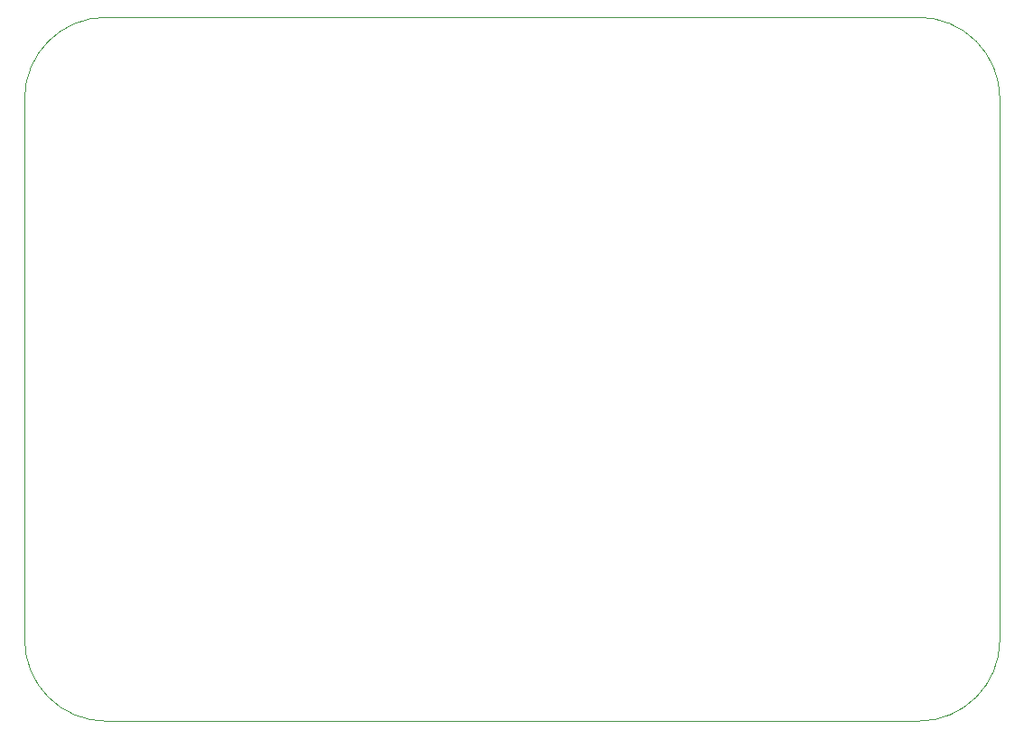
<source format=gbr>
%TF.GenerationSoftware,KiCad,Pcbnew,7.0.1*%
%TF.CreationDate,2023-03-22T08:50:42-05:00*%
%TF.ProjectId,byte,62797465-2e6b-4696-9361-645f70636258,A*%
%TF.SameCoordinates,Original*%
%TF.FileFunction,Profile,NP*%
%FSLAX46Y46*%
G04 Gerber Fmt 4.6, Leading zero omitted, Abs format (unit mm)*
G04 Created by KiCad (PCBNEW 7.0.1) date 2023-03-22 08:50:42*
%MOMM*%
%LPD*%
G01*
G04 APERTURE LIST*
%TA.AperFunction,Profile*%
%ADD10C,0.050000*%
%TD*%
G04 APERTURE END LIST*
D10*
X64770000Y-54610000D02*
X64770000Y-105410000D01*
X72390000Y-46990000D02*
G75*
G03*
X64770000Y-54610000I0J-7620000D01*
G01*
X64770000Y-105410000D02*
G75*
G03*
X72390000Y-113030000I7620000J0D01*
G01*
X156210000Y-54610000D02*
X156210000Y-105410000D01*
X148590000Y-46990000D02*
X72390000Y-46990000D01*
X72390000Y-113030000D02*
X148590000Y-113030000D01*
X148590000Y-113030000D02*
G75*
G03*
X156210000Y-105410000I0J7620000D01*
G01*
X156210000Y-54610000D02*
G75*
G03*
X148590000Y-46990000I-7620000J0D01*
G01*
M02*

</source>
